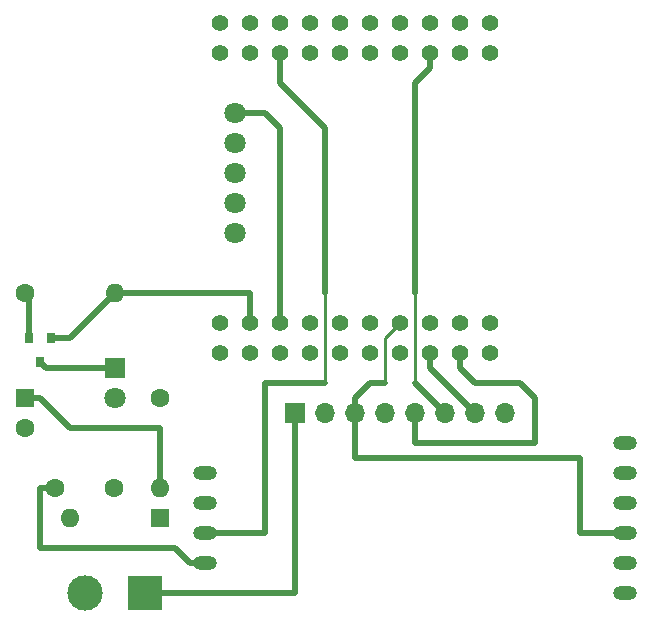
<source format=gtl>
G04 #@! TF.GenerationSoftware,KiCad,Pcbnew,(5.1.12)-1*
G04 #@! TF.CreationDate,2021-12-10T17:41:23+01:00*
G04 #@! TF.ProjectId,EmlaLockSafe_Controller_BoardV2,456d6c61-4c6f-4636-9b53-6166655f436f,rev?*
G04 #@! TF.SameCoordinates,Original*
G04 #@! TF.FileFunction,Copper,L1,Top*
G04 #@! TF.FilePolarity,Positive*
%FSLAX46Y46*%
G04 Gerber Fmt 4.6, Leading zero omitted, Abs format (unit mm)*
G04 Created by KiCad (PCBNEW (5.1.12)-1) date 2021-12-10 17:41:23*
%MOMM*%
%LPD*%
G01*
G04 APERTURE LIST*
G04 #@! TA.AperFunction,ComponentPad*
%ADD10C,1.800000*%
G04 #@! TD*
G04 #@! TA.AperFunction,ComponentPad*
%ADD11C,1.400000*%
G04 #@! TD*
G04 #@! TA.AperFunction,ComponentPad*
%ADD12O,2.000000X1.200000*%
G04 #@! TD*
G04 #@! TA.AperFunction,ComponentPad*
%ADD13O,1.600000X1.600000*%
G04 #@! TD*
G04 #@! TA.AperFunction,ComponentPad*
%ADD14C,1.600000*%
G04 #@! TD*
G04 #@! TA.AperFunction,ComponentPad*
%ADD15O,1.700000X1.700000*%
G04 #@! TD*
G04 #@! TA.AperFunction,ComponentPad*
%ADD16R,1.700000X1.700000*%
G04 #@! TD*
G04 #@! TA.AperFunction,ComponentPad*
%ADD17R,1.800000X1.800000*%
G04 #@! TD*
G04 #@! TA.AperFunction,ComponentPad*
%ADD18R,1.600000X1.600000*%
G04 #@! TD*
G04 #@! TA.AperFunction,ComponentPad*
%ADD19C,3.000000*%
G04 #@! TD*
G04 #@! TA.AperFunction,ComponentPad*
%ADD20R,3.000000X3.000000*%
G04 #@! TD*
G04 #@! TA.AperFunction,SMDPad,CuDef*
%ADD21R,0.800000X0.900000*%
G04 #@! TD*
G04 #@! TA.AperFunction,Conductor*
%ADD22C,0.500000*%
G04 #@! TD*
G04 #@! TA.AperFunction,Conductor*
%ADD23C,0.250000*%
G04 #@! TD*
G04 APERTURE END LIST*
D10*
X35560000Y-33020000D03*
X35560000Y-30480000D03*
X35560000Y-27940000D03*
X35560000Y-25400000D03*
X35560000Y-22860000D03*
D11*
X57150000Y-17780000D03*
X57150000Y-15240000D03*
X54610000Y-15240000D03*
X54610000Y-17780000D03*
X52070000Y-15240000D03*
X52070000Y-17780000D03*
X49530000Y-15240000D03*
X49530000Y-17780000D03*
X46990000Y-15240000D03*
X46990000Y-17780000D03*
X44450000Y-15240000D03*
X44450000Y-17780000D03*
X41910000Y-15240000D03*
X41910000Y-17780000D03*
X39370000Y-15240000D03*
X39370000Y-17780000D03*
X36830000Y-15240000D03*
X36830000Y-17780000D03*
X34290000Y-15240000D03*
X34290000Y-17780000D03*
X57150000Y-40640000D03*
X57150000Y-43180000D03*
X54610000Y-40640000D03*
X54610000Y-43180000D03*
X52070000Y-40640000D03*
X52070000Y-43180000D03*
X49530000Y-40640000D03*
X49530000Y-43180000D03*
X46990000Y-40640000D03*
X46990000Y-43180000D03*
X44450000Y-40640000D03*
X44450000Y-43180000D03*
X41910000Y-40640000D03*
X41910000Y-43180000D03*
X39370000Y-40640000D03*
X39370000Y-43180000D03*
X36830000Y-40640000D03*
X36830000Y-43180000D03*
X34290000Y-40640000D03*
X34290000Y-43180000D03*
D12*
X33020000Y-60960000D03*
X33020000Y-58420000D03*
X33020000Y-55880000D03*
X33020000Y-53340000D03*
X68580000Y-63500000D03*
X68580000Y-60960000D03*
X68580000Y-58420000D03*
X68580000Y-55880000D03*
X68580000Y-53340000D03*
X68580000Y-50800000D03*
D13*
X29210000Y-54610000D03*
D14*
X29210000Y-46990000D03*
D15*
X58420000Y-48260000D03*
X55880000Y-48260000D03*
X53340000Y-48260000D03*
X50800000Y-48260000D03*
X48260000Y-48260000D03*
X45720000Y-48260000D03*
X43180000Y-48260000D03*
D16*
X40640000Y-48260000D03*
D10*
X25400000Y-46990000D03*
D17*
X25400000Y-44450000D03*
D13*
X21590000Y-57150000D03*
D18*
X29210000Y-57150000D03*
D19*
X22860000Y-63500000D03*
D20*
X27940000Y-63500000D03*
D13*
X25400000Y-38100000D03*
D14*
X17780000Y-38100000D03*
D21*
X19050000Y-43910000D03*
X18100000Y-41910000D03*
X20000000Y-41910000D03*
D14*
X17780000Y-49490000D03*
D18*
X17780000Y-46990000D03*
D14*
X20320000Y-54610000D03*
X25320000Y-54610000D03*
D22*
X19050000Y-54610000D02*
X20320000Y-54610000D01*
X19050000Y-59690000D02*
X19050000Y-54610000D01*
X30480000Y-59690000D02*
X19050000Y-59690000D01*
X31750000Y-60960000D02*
X30480000Y-59690000D01*
X33020000Y-60960000D02*
X31750000Y-60960000D01*
X18100000Y-38420000D02*
X17780000Y-38100000D01*
X18100000Y-41910000D02*
X18100000Y-38420000D01*
X29210000Y-54610000D02*
X29210000Y-49530000D01*
X29210000Y-49530000D02*
X21590000Y-49530000D01*
X21590000Y-49530000D02*
X19050000Y-46990000D01*
X19050000Y-46990000D02*
X17780000Y-46990000D01*
X40640000Y-63500000D02*
X27940000Y-63500000D01*
X40640000Y-48260000D02*
X40640000Y-63500000D01*
X35560000Y-22860000D02*
X38100000Y-22860000D01*
X38100000Y-22860000D02*
X39370000Y-24130000D01*
X39370000Y-24130000D02*
X39370000Y-40640000D01*
X25940000Y-43910000D02*
X25400000Y-44450000D01*
X19590000Y-44450000D02*
X19050000Y-43910000D01*
X25400000Y-44450000D02*
X19590000Y-44450000D01*
X38100000Y-58420000D02*
X38100000Y-45720000D01*
X38100000Y-58420000D02*
X33020000Y-58420000D01*
X38100000Y-45720000D02*
X43180000Y-45720000D01*
D23*
X43180000Y-45720000D02*
X43180000Y-38100000D01*
D22*
X43180000Y-38100000D02*
X43180000Y-24130000D01*
X39370000Y-20320000D02*
X39370000Y-17780000D01*
X43180000Y-24130000D02*
X39370000Y-20320000D01*
X55880000Y-48260000D02*
X52070000Y-44450000D01*
X52070000Y-44450000D02*
X52070000Y-43180000D01*
X53340000Y-48260000D02*
X50800000Y-45720000D01*
D23*
X50800000Y-45720000D02*
X50800000Y-39370000D01*
X50800000Y-39370000D02*
X50800000Y-38100000D01*
D22*
X50800000Y-20320000D02*
X52070000Y-19050000D01*
X52070000Y-19050000D02*
X52070000Y-17780000D01*
X50800000Y-38100000D02*
X50800000Y-20320000D01*
X60960000Y-46990000D02*
X59690000Y-45720000D01*
X60960000Y-50800000D02*
X60960000Y-46990000D01*
X50800000Y-50800000D02*
X60960000Y-50800000D01*
X50800000Y-48260000D02*
X50800000Y-50800000D01*
X59690000Y-45720000D02*
X55880000Y-45720000D01*
X54610000Y-44450000D02*
X54610000Y-43180000D01*
X55880000Y-45720000D02*
X54610000Y-44450000D01*
X68580000Y-58420000D02*
X64770000Y-58420000D01*
X45720000Y-48260000D02*
X45720000Y-52070000D01*
X45720000Y-52070000D02*
X64770000Y-52070000D01*
X64770000Y-58420000D02*
X64770000Y-52070000D01*
X45720000Y-48260000D02*
X45720000Y-46990000D01*
X45720000Y-46990000D02*
X46990000Y-45720000D01*
X46990000Y-45720000D02*
X48260000Y-45720000D01*
D23*
X48260000Y-45720000D02*
X48260000Y-41910000D01*
X48260000Y-41910000D02*
X49530000Y-40640000D01*
D22*
X21590000Y-41910000D02*
X25400000Y-38100000D01*
X20000000Y-41910000D02*
X21590000Y-41910000D01*
X25400000Y-38100000D02*
X36830000Y-38100000D01*
X36830000Y-38100000D02*
X36830000Y-40640000D01*
M02*

</source>
